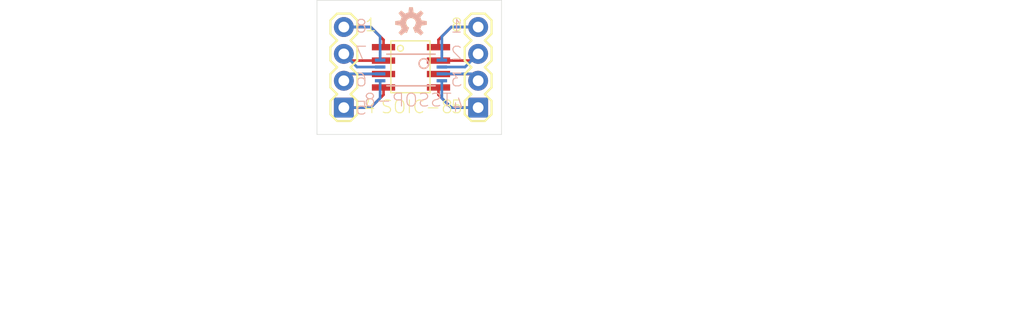
<source format=kicad_pcb>
(kicad_pcb (version 20171130) (host pcbnew 5.1.5-5.1.5)

  (general
    (thickness 1.6)
    (drawings 19)
    (tracks 40)
    (zones 0)
    (modules 7)
    (nets 9)
  )

  (page A4)
  (layers
    (0 Top signal)
    (31 Bottom signal)
    (32 B.Adhes user)
    (33 F.Adhes user)
    (34 B.Paste user)
    (35 F.Paste user)
    (36 B.SilkS user)
    (37 F.SilkS user)
    (38 B.Mask user)
    (39 F.Mask user)
    (40 Dwgs.User user)
    (41 Cmts.User user)
    (42 Eco1.User user)
    (43 Eco2.User user)
    (44 Edge.Cuts user)
    (45 Margin user)
    (46 B.CrtYd user)
    (47 F.CrtYd user)
    (48 B.Fab user)
    (49 F.Fab user)
  )

  (setup
    (last_trace_width 0.25)
    (trace_clearance 0.127)
    (zone_clearance 0.508)
    (zone_45_only no)
    (trace_min 0.2)
    (via_size 0.8)
    (via_drill 0.4)
    (via_min_size 0.4)
    (via_min_drill 0.3)
    (uvia_size 0.3)
    (uvia_drill 0.1)
    (uvias_allowed no)
    (uvia_min_size 0.2)
    (uvia_min_drill 0.1)
    (edge_width 0.05)
    (segment_width 0.2)
    (pcb_text_width 0.3)
    (pcb_text_size 1.5 1.5)
    (mod_edge_width 0.12)
    (mod_text_size 1 1)
    (mod_text_width 0.15)
    (pad_size 1.524 1.524)
    (pad_drill 0.762)
    (pad_to_mask_clearance 0.051)
    (solder_mask_min_width 0.25)
    (aux_axis_origin 0 0)
    (visible_elements FFFFFF7F)
    (pcbplotparams
      (layerselection 0x010fc_ffffffff)
      (usegerberextensions false)
      (usegerberattributes false)
      (usegerberadvancedattributes false)
      (creategerberjobfile false)
      (excludeedgelayer true)
      (linewidth 0.100000)
      (plotframeref false)
      (viasonmask false)
      (mode 1)
      (useauxorigin false)
      (hpglpennumber 1)
      (hpglpenspeed 20)
      (hpglpendiameter 15.000000)
      (psnegative false)
      (psa4output false)
      (plotreference true)
      (plotvalue true)
      (plotinvisibletext false)
      (padsonsilk false)
      (subtractmaskfromsilk false)
      (outputformat 1)
      (mirror false)
      (drillshape 1)
      (scaleselection 1)
      (outputdirectory ""))
  )

  (net 0 "")
  (net 1 "Net-(JP2-Pad1)")
  (net 2 "Net-(JP2-Pad2)")
  (net 3 "Net-(JP2-Pad4)")
  (net 4 "Net-(JP1-Pad1)")
  (net 5 "Net-(JP1-Pad2)")
  (net 6 "Net-(JP1-Pad4)")
  (net 7 "Net-(JP2-Pad3)")
  (net 8 "Net-(JP1-Pad3)")

  (net_class Default "This is the default net class."
    (clearance 0.127)
    (trace_width 0.25)
    (via_dia 0.8)
    (via_drill 0.4)
    (uvia_dia 0.3)
    (uvia_drill 0.1)
    (add_net "Net-(JP1-Pad1)")
    (add_net "Net-(JP1-Pad2)")
    (add_net "Net-(JP1-Pad3)")
    (add_net "Net-(JP1-Pad4)")
    (add_net "Net-(JP2-Pad1)")
    (add_net "Net-(JP2-Pad2)")
    (add_net "Net-(JP2-Pad3)")
    (add_net "Net-(JP2-Pad4)")
  )

  (module SOIC8-TSSOP8:CREATIVE_COMMONS (layer Top) (tedit 0) (tstamp 5EC8C457)
    (at 130.1241 129.3318)
    (path /73DA64CA)
    (fp_text reference FRAME1 (at 0 0) (layer F.SilkS) hide
      (effects (font (size 1.27 1.27) (thickness 0.15)))
    )
    (fp_text value FRAME-LETTER (at 0 0) (layer F.SilkS) hide
      (effects (font (size 1.27 1.27) (thickness 0.15)))
    )
    (fp_text user "Designed by:" (at 11.43 0) (layer F.Fab)
      (effects (font (size 1.6891 1.6891) (thickness 0.14224)) (justify left bottom))
    )
    (fp_text user " https://creativecommons.org/licenses/by-sa/4.0/" (at 0 -2.54) (layer F.Fab)
      (effects (font (size 1.6891 1.6891) (thickness 0.14224)) (justify left bottom))
    )
    (fp_text user "Released under the Creative Commons Attribution Share-Alike 4.0 License" (at -20.32 -5.08) (layer F.Fab)
      (effects (font (size 1.6891 1.6891) (thickness 0.14224)) (justify left bottom))
    )
  )

  (module SOIC8-TSSOP8:OSHW-LOGO-S (layer Top) (tedit 0) (tstamp 5EC8C45D)
    (at 148.6661 100.8076)
    (fp_text reference U$3 (at 0 0) (layer F.SilkS) hide
      (effects (font (size 1.27 1.27) (thickness 0.15)))
    )
    (fp_text value "" (at 0 0) (layer F.SilkS) hide
      (effects (font (size 1.27 1.27) (thickness 0.15)))
    )
    (fp_poly (pts (xy 0.3947 0.9528) (xy 0.5465 0.8746) (xy 0.9235 1.182) (xy 1.182 0.9235)
      (xy 0.8746 0.5465) (xy 1.0049 0.232) (xy 1.4888 0.1828) (xy 1.4888 -0.1828)
      (xy 1.0049 -0.232) (xy 0.8746 -0.5465) (xy 1.182 -0.9235) (xy 0.9235 -1.182)
      (xy 0.5465 -0.8746) (xy 0.394664 -0.952817) (xy 0.232 -1.0049) (xy 0.1828 -1.4888)
      (xy -0.1828 -1.4888) (xy -0.232 -1.0049) (xy -0.5465 -0.8746) (xy -0.9235 -1.182)
      (xy -1.182 -0.9235) (xy -0.8746 -0.5465) (xy -1.0049 -0.232) (xy -1.4888 -0.1828)
      (xy -1.4888 0.1828) (xy -1.0049 0.232) (xy -0.8746 0.5465) (xy -1.182 0.9235)
      (xy -0.9235 1.182) (xy -0.5465 0.8746) (xy -0.472221 0.916847) (xy -0.3947 0.9528)
      (xy -0.1794 0.4331) (xy -0.179399 0.4331) (xy -0.3315 0.331493) (xy -0.4688 0)
      (xy -0.446639 -0.142321) (xy -0.382309 -0.271193) (xy -0.281885 -0.374447) (xy -0.154849 -0.442333)
      (xy -0.013199 -0.468439) (xy 0.129691 -0.450302) (xy 0.260326 -0.389633) (xy 0.366372 -0.292161)
      (xy 0.437814 -0.167091) (xy 0.467906 -0.026234) (xy 0.453806 0.117111) (xy 0.396846 0.249406)
      (xy 0.302405 0.358159) (xy 0.1794 0.4331)) (layer F.SilkS) (width 0))
  )

  (module SOIC8-TSSOP8:OSHW-LOGO-S (layer Bottom) (tedit 0) (tstamp 5EC8C461)
    (at 148.6661 100.8076 180)
    (fp_text reference U$4 (at 0 0 180) (layer B.SilkS) hide
      (effects (font (size 1.27 1.27) (thickness 0.15)) (justify mirror))
    )
    (fp_text value "" (at 0 0 180) (layer B.SilkS) hide
      (effects (font (size 1.27 1.27) (thickness 0.15)) (justify mirror))
    )
    (fp_poly (pts (xy 0.3947 -0.9528) (xy 0.5465 -0.8746) (xy 0.9235 -1.182) (xy 1.182 -0.9235)
      (xy 0.8746 -0.5465) (xy 1.0049 -0.232) (xy 1.4888 -0.1828) (xy 1.4888 0.1828)
      (xy 1.0049 0.232) (xy 0.8746 0.5465) (xy 1.182 0.9235) (xy 0.9235 1.182)
      (xy 0.5465 0.8746) (xy 0.394664 0.952817) (xy 0.232 1.0049) (xy 0.1828 1.4888)
      (xy -0.1828 1.4888) (xy -0.232 1.0049) (xy -0.5465 0.8746) (xy -0.9235 1.182)
      (xy -1.182 0.9235) (xy -0.8746 0.5465) (xy -1.0049 0.232) (xy -1.4888 0.1828)
      (xy -1.4888 -0.1828) (xy -1.0049 -0.232) (xy -0.8746 -0.5465) (xy -1.182 -0.9235)
      (xy -0.9235 -1.182) (xy -0.5465 -0.8746) (xy -0.472221 -0.916847) (xy -0.3947 -0.9528)
      (xy -0.1794 -0.4331) (xy -0.179399 -0.4331) (xy -0.3315 -0.331493) (xy -0.4688 0)
      (xy -0.446639 0.142321) (xy -0.382309 0.271193) (xy -0.281885 0.374447) (xy -0.154849 0.442333)
      (xy -0.013199 0.468439) (xy 0.129691 0.450302) (xy 0.260326 0.389633) (xy 0.366372 0.292161)
      (xy 0.437814 0.167091) (xy 0.467906 0.026234) (xy 0.453806 -0.117111) (xy 0.396846 -0.249406)
      (xy 0.302405 -0.358159) (xy 0.1794 -0.4331)) (layer B.SilkS) (width 0))
  )

  (module SOIC8-TSSOP8:SOIC-8 (layer Top) (tedit 0) (tstamp 5EC8C465)
    (at 148.6661 104.9986 270)
    (path /BABD3B23)
    (fp_text reference U$1 (at -3.175 1.905) (layer F.SilkS) hide
      (effects (font (size 1.2065 1.2065) (thickness 0.127)) (justify left bottom))
    )
    (fp_text value SOIC-8 (at 4.445 1.905) (layer F.Fab) hide
      (effects (font (size 1.2065 1.2065) (thickness 0.127)) (justify left bottom))
    )
    (fp_poly (pts (xy -2.1501 -2) (xy -1.6599 -2) (xy -1.6599 -3.1001) (xy -2.1501 -3.1001)) (layer F.Fab) (width 0))
    (fp_poly (pts (xy -0.8801 -2) (xy -0.3899 -2) (xy -0.3899 -3.1001) (xy -0.8801 -3.1001)) (layer F.Fab) (width 0))
    (fp_poly (pts (xy 0.3899 -2) (xy 0.8801 -2) (xy 0.8801 -3.1001) (xy 0.3899 -3.1001)) (layer F.Fab) (width 0))
    (fp_poly (pts (xy 1.6599 -2) (xy 2.1501 -2) (xy 2.1501 -3.1001) (xy 1.6599 -3.1001)) (layer F.Fab) (width 0))
    (fp_poly (pts (xy 1.6599 3.1001) (xy 2.1501 3.1001) (xy 2.1501 2) (xy 1.6599 2)) (layer F.Fab) (width 0))
    (fp_poly (pts (xy 0.3899 3.1001) (xy 0.8801 3.1001) (xy 0.8801 2) (xy 0.3899 2)) (layer F.Fab) (width 0))
    (fp_poly (pts (xy -0.8801 3.1001) (xy -0.3899 3.1001) (xy -0.3899 2) (xy -0.8801 2)) (layer F.Fab) (width 0))
    (fp_poly (pts (xy -2.1501 3.1001) (xy -1.6599 3.1001) (xy -1.6599 2) (xy -2.1501 2)) (layer F.Fab) (width 0))
    (fp_circle (center -1.8 1) (end -1.5172 1) (layer F.SilkS) (width 0.127))
    (fp_line (start -2.5 1.9) (end -2.5 -1.8) (layer F.SilkS) (width 0.127))
    (fp_line (start 2.4 1.9) (end -2.5 1.9) (layer F.SilkS) (width 0.127))
    (fp_line (start 2.4 -1.8) (end 2.4 1.9) (layer F.SilkS) (width 0.127))
    (fp_line (start -2.5 -1.8) (end 2.4 -1.8) (layer F.SilkS) (width 0.127))
    (fp_line (start 2.4 1.4) (end -2.4 1.4) (layer F.Fab) (width 0.2032))
    (fp_line (start -2.4 -1.9) (end 2.4 -1.9) (layer F.Fab) (width 0.2032))
    (fp_line (start -2.4 1.4) (end -2.4 -1.9) (layer F.Fab) (width 0.2032))
    (fp_line (start -2.4 1.9) (end -2.4 1.4) (layer F.Fab) (width 0.2032))
    (fp_line (start 2.4 1.9) (end -2.4 1.9) (layer F.Fab) (width 0.2032))
    (fp_line (start 2.4 1.4) (end 2.4 1.9) (layer F.Fab) (width 0.2032))
    (fp_line (start 2.4 -1.9) (end 2.4 1.4) (layer F.Fab) (width 0.2032))
    (pad 5 smd rect (at 1.905 -2.6 270) (size 0.6 2.2) (layers Top F.Paste F.Mask)
      (net 1 "Net-(JP2-Pad1)") (solder_mask_margin 0.0508))
    (pad 6 smd rect (at 0.635 -2.6 270) (size 0.6 2.2) (layers Top F.Paste F.Mask)
      (net 2 "Net-(JP2-Pad2)") (solder_mask_margin 0.0508))
    (pad 8 smd rect (at -1.905 -2.6 270) (size 0.6 2.2) (layers Top F.Paste F.Mask)
      (net 3 "Net-(JP2-Pad4)") (solder_mask_margin 0.0508))
    (pad 4 smd rect (at 1.905 2.6 270) (size 0.6 2.2) (layers Top F.Paste F.Mask)
      (net 4 "Net-(JP1-Pad1)") (solder_mask_margin 0.0508))
    (pad 3 smd rect (at 0.635 2.6 270) (size 0.6 2.2) (layers Top F.Paste F.Mask)
      (net 5 "Net-(JP1-Pad2)") (solder_mask_margin 0.0508))
    (pad 1 smd rect (at -1.905 2.6 270) (size 0.6 2.2) (layers Top F.Paste F.Mask)
      (net 6 "Net-(JP1-Pad4)") (solder_mask_margin 0.0508))
    (pad 7 smd rect (at -0.635 -2.6 270) (size 0.6 2.2) (layers Top F.Paste F.Mask)
      (net 7 "Net-(JP2-Pad3)") (solder_mask_margin 0.0508))
    (pad 2 smd rect (at -0.635 2.6 270) (size 0.6 2.2) (layers Top F.Paste F.Mask)
      (net 8 "Net-(JP1-Pad3)") (solder_mask_margin 0.0508))
  )

  (module SOIC8-TSSOP8:TSSOP8 (layer Bottom) (tedit 0) (tstamp 5EC8C484)
    (at 148.6661 104.9986 270)
    (path /A8B04D1A)
    (fp_text reference U$2 (at -1.6256 -2.0828 180) (layer B.SilkS) hide
      (effects (font (size 0.9652 0.9652) (thickness 0.1016)) (justify right bottom mirror))
    )
    (fp_text value TSSOP-8 (at 3.1242 -2.0828 180) (layer B.Fab) hide
      (effects (font (size 0.9652 0.9652) (thickness 0.1016)) (justify right bottom mirror))
    )
    (fp_poly (pts (xy -0.7816 2.2828) (xy -0.5784 2.2828) (xy -0.5784 3.121) (xy -0.7816 3.121)) (layer B.Fab) (width 0))
    (fp_poly (pts (xy -0.1316 2.2828) (xy 0.0716 2.2828) (xy 0.0716 3.121) (xy -0.1316 3.121)) (layer B.Fab) (width 0))
    (fp_poly (pts (xy 0.5184 2.2828) (xy 0.7216 2.2828) (xy 0.7216 3.121) (xy 0.5184 3.121)) (layer B.Fab) (width 0))
    (fp_poly (pts (xy 1.1684 2.2828) (xy 1.3716 2.2828) (xy 1.3716 3.121) (xy 1.1684 3.121)) (layer B.Fab) (width 0))
    (fp_poly (pts (xy 1.1684 -3.121) (xy 1.3716 -3.121) (xy 1.3716 -2.2828) (xy 1.1684 -2.2828)) (layer B.Fab) (width 0))
    (fp_poly (pts (xy 0.5184 -3.121) (xy 0.7216 -3.121) (xy 0.7216 -2.2828) (xy 0.5184 -2.2828)) (layer B.Fab) (width 0))
    (fp_poly (pts (xy -0.1316 -3.121) (xy 0.0716 -3.121) (xy 0.0716 -2.2828) (xy -0.1316 -2.2828)) (layer B.Fab) (width 0))
    (fp_poly (pts (xy -0.7816 -3.121) (xy -0.5784 -3.121) (xy -0.5784 -2.2828) (xy -0.7816 -2.2828)) (layer B.Fab) (width 0))
    (fp_circle (center -0.3556 -1.2192) (end 0.1016 -1.2192) (layer B.SilkS) (width 0.1524))
    (fp_line (start -1.2446 -2.2828) (end -1.2446 2.2828) (layer B.SilkS) (width 0.1524))
    (fp_line (start 1.7526 2.2828) (end -1.2446 2.2828) (layer B.Fab) (width 0.1524))
    (fp_line (start 1.7526 2.2828) (end 1.7526 -2.2828) (layer B.SilkS) (width 0.1524))
    (fp_line (start -1.2446 -2.2828) (end 1.7526 -2.2828) (layer B.Fab) (width 0.1524))
    (pad 8 smd rect (at -0.68 2.9178 270) (size 0.3048 0.9906) (layers Bottom B.Paste B.Mask)
      (net 6 "Net-(JP1-Pad4)") (solder_mask_margin 0.0508))
    (pad 7 smd rect (at -0.03 2.9178 270) (size 0.3048 0.9906) (layers Bottom B.Paste B.Mask)
      (net 8 "Net-(JP1-Pad3)") (solder_mask_margin 0.0508))
    (pad 6 smd rect (at 0.62 2.9178 270) (size 0.3048 0.9906) (layers Bottom B.Paste B.Mask)
      (net 5 "Net-(JP1-Pad2)") (solder_mask_margin 0.0508))
    (pad 5 smd rect (at 1.27 2.9178 270) (size 0.3048 0.9906) (layers Bottom B.Paste B.Mask)
      (net 4 "Net-(JP1-Pad1)") (solder_mask_margin 0.0508))
    (pad 4 smd rect (at 1.27 -2.9178 270) (size 0.3048 0.9906) (layers Bottom B.Paste B.Mask)
      (net 1 "Net-(JP2-Pad1)") (solder_mask_margin 0.0508))
    (pad 3 smd rect (at 0.62 -2.9178 270) (size 0.3048 0.9906) (layers Bottom B.Paste B.Mask)
      (net 2 "Net-(JP2-Pad2)") (solder_mask_margin 0.0508))
    (pad 2 smd rect (at -0.03 -2.9178 270) (size 0.3048 0.9906) (layers Bottom B.Paste B.Mask)
      (net 7 "Net-(JP2-Pad3)") (solder_mask_margin 0.0508))
    (pad 1 smd rect (at -0.68 -2.9178 270) (size 0.3048 0.9906) (layers Bottom B.Paste B.Mask)
      (net 3 "Net-(JP2-Pad4)") (solder_mask_margin 0.0508))
  )

  (module SOIC8-TSSOP8:1X04 (layer Top) (tedit 0) (tstamp 5EC8C49C)
    (at 142.3161 108.8086 90)
    (path /2F430EF2)
    (fp_text reference JP1 (at -1.3462 -1.8288 90) (layer F.SilkS) hide
      (effects (font (size 1.2065 1.2065) (thickness 0.127)) (justify left bottom))
    )
    (fp_text value M04PTH (at -1.27 3.175 90) (layer F.Fab)
      (effects (font (size 1.2065 1.2065) (thickness 0.09652)) (justify left bottom))
    )
    (fp_poly (pts (xy -0.254 0.254) (xy 0.254 0.254) (xy 0.254 -0.254) (xy -0.254 -0.254)) (layer F.Fab) (width 0))
    (fp_poly (pts (xy 2.286 0.254) (xy 2.794 0.254) (xy 2.794 -0.254) (xy 2.286 -0.254)) (layer F.Fab) (width 0))
    (fp_poly (pts (xy 4.826 0.254) (xy 5.334 0.254) (xy 5.334 -0.254) (xy 4.826 -0.254)) (layer F.Fab) (width 0))
    (fp_poly (pts (xy 7.366 0.254) (xy 7.874 0.254) (xy 7.874 -0.254) (xy 7.366 -0.254)) (layer F.Fab) (width 0))
    (fp_line (start 8.89 -0.635) (end 8.89 0.635) (layer F.SilkS) (width 0.2032))
    (fp_line (start 0.635 1.27) (end -0.635 1.27) (layer F.SilkS) (width 0.2032))
    (fp_line (start -1.27 0.635) (end -0.635 1.27) (layer F.SilkS) (width 0.2032))
    (fp_line (start -0.635 -1.27) (end -1.27 -0.635) (layer F.SilkS) (width 0.2032))
    (fp_line (start -1.27 -0.635) (end -1.27 0.635) (layer F.SilkS) (width 0.2032))
    (fp_line (start 1.905 1.27) (end 1.27 0.635) (layer F.SilkS) (width 0.2032))
    (fp_line (start 3.175 1.27) (end 1.905 1.27) (layer F.SilkS) (width 0.2032))
    (fp_line (start 3.81 0.635) (end 3.175 1.27) (layer F.SilkS) (width 0.2032))
    (fp_line (start 3.175 -1.27) (end 3.81 -0.635) (layer F.SilkS) (width 0.2032))
    (fp_line (start 1.905 -1.27) (end 3.175 -1.27) (layer F.SilkS) (width 0.2032))
    (fp_line (start 1.27 -0.635) (end 1.905 -1.27) (layer F.SilkS) (width 0.2032))
    (fp_line (start 1.27 0.635) (end 0.635 1.27) (layer F.SilkS) (width 0.2032))
    (fp_line (start 0.635 -1.27) (end 1.27 -0.635) (layer F.SilkS) (width 0.2032))
    (fp_line (start -0.635 -1.27) (end 0.635 -1.27) (layer F.SilkS) (width 0.2032))
    (fp_line (start 8.255 1.27) (end 6.985 1.27) (layer F.SilkS) (width 0.2032))
    (fp_line (start 6.35 0.635) (end 6.985 1.27) (layer F.SilkS) (width 0.2032))
    (fp_line (start 6.985 -1.27) (end 6.35 -0.635) (layer F.SilkS) (width 0.2032))
    (fp_line (start 4.445 1.27) (end 3.81 0.635) (layer F.SilkS) (width 0.2032))
    (fp_line (start 5.715 1.27) (end 4.445 1.27) (layer F.SilkS) (width 0.2032))
    (fp_line (start 6.35 0.635) (end 5.715 1.27) (layer F.SilkS) (width 0.2032))
    (fp_line (start 5.715 -1.27) (end 6.35 -0.635) (layer F.SilkS) (width 0.2032))
    (fp_line (start 4.445 -1.27) (end 5.715 -1.27) (layer F.SilkS) (width 0.2032))
    (fp_line (start 3.81 -0.635) (end 4.445 -1.27) (layer F.SilkS) (width 0.2032))
    (fp_line (start 8.89 0.635) (end 8.255 1.27) (layer F.SilkS) (width 0.2032))
    (fp_line (start 8.255 -1.27) (end 8.89 -0.635) (layer F.SilkS) (width 0.2032))
    (fp_line (start 6.985 -1.27) (end 8.255 -1.27) (layer F.SilkS) (width 0.2032))
    (pad 4 thru_hole circle (at 7.62 0 180) (size 1.8796 1.8796) (drill 1.016) (layers *.Cu *.Mask)
      (net 6 "Net-(JP1-Pad4)") (solder_mask_margin 0.0508))
    (pad 3 thru_hole circle (at 5.08 0 180) (size 1.8796 1.8796) (drill 1.016) (layers *.Cu *.Mask)
      (net 8 "Net-(JP1-Pad3)") (solder_mask_margin 0.0508))
    (pad 2 thru_hole circle (at 2.54 0 180) (size 1.8796 1.8796) (drill 1.016) (layers *.Cu *.Mask)
      (net 5 "Net-(JP1-Pad2)") (solder_mask_margin 0.0508))
    (pad 1 thru_hole rect (at 0 0 180) (size 1.8796 1.8796) (drill 1.016) (layers *.Cu *.Mask)
      (net 4 "Net-(JP1-Pad1)") (solder_mask_margin 0.0508))
  )

  (module SOIC8-TSSOP8:1X04 (layer Top) (tedit 0) (tstamp 5EC8C4C1)
    (at 155.0161 108.8086 90)
    (path /FA93C76E)
    (fp_text reference JP2 (at -1.3462 -1.8288 90) (layer F.SilkS) hide
      (effects (font (size 1.2065 1.2065) (thickness 0.127)) (justify left bottom))
    )
    (fp_text value M04PTH (at -1.27 3.175 90) (layer F.Fab)
      (effects (font (size 1.2065 1.2065) (thickness 0.09652)) (justify left bottom))
    )
    (fp_poly (pts (xy -0.254 0.254) (xy 0.254 0.254) (xy 0.254 -0.254) (xy -0.254 -0.254)) (layer F.Fab) (width 0))
    (fp_poly (pts (xy 2.286 0.254) (xy 2.794 0.254) (xy 2.794 -0.254) (xy 2.286 -0.254)) (layer F.Fab) (width 0))
    (fp_poly (pts (xy 4.826 0.254) (xy 5.334 0.254) (xy 5.334 -0.254) (xy 4.826 -0.254)) (layer F.Fab) (width 0))
    (fp_poly (pts (xy 7.366 0.254) (xy 7.874 0.254) (xy 7.874 -0.254) (xy 7.366 -0.254)) (layer F.Fab) (width 0))
    (fp_line (start 8.89 -0.635) (end 8.89 0.635) (layer F.SilkS) (width 0.2032))
    (fp_line (start 0.635 1.27) (end -0.635 1.27) (layer F.SilkS) (width 0.2032))
    (fp_line (start -1.27 0.635) (end -0.635 1.27) (layer F.SilkS) (width 0.2032))
    (fp_line (start -0.635 -1.27) (end -1.27 -0.635) (layer F.SilkS) (width 0.2032))
    (fp_line (start -1.27 -0.635) (end -1.27 0.635) (layer F.SilkS) (width 0.2032))
    (fp_line (start 1.905 1.27) (end 1.27 0.635) (layer F.SilkS) (width 0.2032))
    (fp_line (start 3.175 1.27) (end 1.905 1.27) (layer F.SilkS) (width 0.2032))
    (fp_line (start 3.81 0.635) (end 3.175 1.27) (layer F.SilkS) (width 0.2032))
    (fp_line (start 3.175 -1.27) (end 3.81 -0.635) (layer F.SilkS) (width 0.2032))
    (fp_line (start 1.905 -1.27) (end 3.175 -1.27) (layer F.SilkS) (width 0.2032))
    (fp_line (start 1.27 -0.635) (end 1.905 -1.27) (layer F.SilkS) (width 0.2032))
    (fp_line (start 1.27 0.635) (end 0.635 1.27) (layer F.SilkS) (width 0.2032))
    (fp_line (start 0.635 -1.27) (end 1.27 -0.635) (layer F.SilkS) (width 0.2032))
    (fp_line (start -0.635 -1.27) (end 0.635 -1.27) (layer F.SilkS) (width 0.2032))
    (fp_line (start 8.255 1.27) (end 6.985 1.27) (layer F.SilkS) (width 0.2032))
    (fp_line (start 6.35 0.635) (end 6.985 1.27) (layer F.SilkS) (width 0.2032))
    (fp_line (start 6.985 -1.27) (end 6.35 -0.635) (layer F.SilkS) (width 0.2032))
    (fp_line (start 4.445 1.27) (end 3.81 0.635) (layer F.SilkS) (width 0.2032))
    (fp_line (start 5.715 1.27) (end 4.445 1.27) (layer F.SilkS) (width 0.2032))
    (fp_line (start 6.35 0.635) (end 5.715 1.27) (layer F.SilkS) (width 0.2032))
    (fp_line (start 5.715 -1.27) (end 6.35 -0.635) (layer F.SilkS) (width 0.2032))
    (fp_line (start 4.445 -1.27) (end 5.715 -1.27) (layer F.SilkS) (width 0.2032))
    (fp_line (start 3.81 -0.635) (end 4.445 -1.27) (layer F.SilkS) (width 0.2032))
    (fp_line (start 8.89 0.635) (end 8.255 1.27) (layer F.SilkS) (width 0.2032))
    (fp_line (start 8.255 -1.27) (end 8.89 -0.635) (layer F.SilkS) (width 0.2032))
    (fp_line (start 6.985 -1.27) (end 8.255 -1.27) (layer F.SilkS) (width 0.2032))
    (pad 4 thru_hole circle (at 7.62 0 180) (size 1.8796 1.8796) (drill 1.016) (layers *.Cu *.Mask)
      (net 3 "Net-(JP2-Pad4)") (solder_mask_margin 0.0508))
    (pad 3 thru_hole circle (at 5.08 0 180) (size 1.8796 1.8796) (drill 1.016) (layers *.Cu *.Mask)
      (net 7 "Net-(JP2-Pad3)") (solder_mask_margin 0.0508))
    (pad 2 thru_hole circle (at 2.54 0 180) (size 1.8796 1.8796) (drill 1.016) (layers *.Cu *.Mask)
      (net 2 "Net-(JP2-Pad2)") (solder_mask_margin 0.0508))
    (pad 1 thru_hole rect (at 0 0 180) (size 1.8796 1.8796) (drill 1.016) (layers *.Cu *.Mask)
      (net 1 "Net-(JP2-Pad1)") (solder_mask_margin 0.0508))
  )

  (gr_line (start 139.7761 111.3486) (end 157.2261 111.3486) (layer Edge.Cuts) (width 0.05) (tstamp E4A08FB0))
  (gr_line (start 157.2261 111.3486) (end 157.2261 98.6586) (layer Edge.Cuts) (width 0.05) (tstamp E7F53A10))
  (gr_line (start 157.2261 98.6586) (end 139.7761 98.6586) (layer Edge.Cuts) (width 0.05) (tstamp E7F53E90))
  (gr_line (start 139.7761 98.6586) (end 139.7761 111.3486) (layer Edge.Cuts) (width 0.05) (tstamp E7F542F0))
  (gr_text TSSOP-8 (at 152.6031 108.8086) (layer B.SilkS) (tstamp E7F37010)
    (effects (font (size 1.2065 1.2065) (thickness 0.1016)) (justify left bottom mirror))
  )
  (gr_text SOIC-8 (at 145.7451 109.4436) (layer F.SilkS) (tstamp E7F374D0)
    (effects (font (size 1.2065 1.2065) (thickness 0.1016)) (justify left bottom))
  )
  (gr_text 1 (at 144.2211 101.6966) (layer F.SilkS) (tstamp E7F37930)
    (effects (font (size 1.2065 1.2065) (thickness 0.1016)) (justify left bottom))
  )
  (gr_text 4 (at 144.0941 109.4436) (layer F.SilkS) (tstamp E7F37D90)
    (effects (font (size 1.2065 1.2065) (thickness 0.1016)) (justify left bottom))
  )
  (gr_text 5 (at 152.3491 109.4436) (layer F.SilkS) (tstamp E7CCF730)
    (effects (font (size 1.2065 1.2065) (thickness 0.1016)) (justify left bottom))
  )
  (gr_text 8 (at 152.3491 101.6966) (layer F.SilkS) (tstamp E7CCFB70)
    (effects (font (size 1.2065 1.2065) (thickness 0.1016)) (justify left bottom))
  )
  (gr_text 1 (at 153.6191 101.8236) (layer B.SilkS) (tstamp E7CCFFB0)
    (effects (font (size 1.2065 1.2065) (thickness 0.1016)) (justify left bottom mirror))
  )
  (gr_text 4 (at 153.7461 109.3166) (layer B.SilkS) (tstamp E7CD0470)
    (effects (font (size 1.2065 1.2065) (thickness 0.1016)) (justify left bottom mirror))
  )
  (gr_text 5 (at 144.6021 109.5706) (layer B.SilkS) (tstamp E42EE280)
    (effects (font (size 1.2065 1.2065) (thickness 0.1016)) (justify left bottom mirror))
  )
  (gr_text 8 (at 144.6021 101.8236) (layer B.SilkS) (tstamp E42EE730)
    (effects (font (size 1.2065 1.2065) (thickness 0.1016)) (justify left bottom mirror))
  )
  (gr_text "Kevin Neubauer" (at 156.5401 129.3826) (layer F.Fab) (tstamp E42EEBE0)
    (effects (font (size 1.6891 1.6891) (thickness 0.14224)) (justify left bottom))
  )
  (gr_text 2 (at 153.6191 104.3636) (layer B.SilkS) (tstamp E42EF020)
    (effects (font (size 1.2065 1.2065) (thickness 0.1016)) (justify left bottom mirror))
  )
  (gr_text 3 (at 153.6191 106.9036) (layer B.SilkS) (tstamp E66EBFC0)
    (effects (font (size 1.2065 1.2065) (thickness 0.1016)) (justify left bottom mirror))
  )
  (gr_text 7 (at 144.6021 104.3636) (layer B.SilkS) (tstamp E66EC430)
    (effects (font (size 1.2065 1.2065) (thickness 0.1016)) (justify left bottom mirror))
  )
  (gr_text 6 (at 144.6021 106.9036) (layer B.SilkS) (tstamp E66EC8E0)
    (effects (font (size 1.2065 1.2065) (thickness 0.1016)) (justify left bottom mirror))
  )

  (segment (start 146.0661 103.0936) (end 146.0661 102.3986) (width 0.254) (layer Top) (net 6) (tstamp E7C61430))
  (segment (start 146.0661 102.3986) (end 144.8561 101.1886) (width 0.254) (layer Top) (net 6) (tstamp E7C61920))
  (segment (start 144.8561 101.1886) (end 142.3161 101.1886) (width 0.254) (layer Top) (net 6) (tstamp E7C61DC0))
  (segment (start 145.7483 104.3186) (end 145.7483 102.0808) (width 0.254) (layer Bottom) (net 6) (tstamp E7C62260))
  (segment (start 145.7483 102.0808) (end 144.8561 101.1886) (width 0.254) (layer Bottom) (net 6) (tstamp E7C62730))
  (segment (start 144.8561 101.1886) (end 142.3161 101.1886) (width 0.254) (layer Bottom) (net 6) (tstamp E7C62BF0))
  (segment (start 146.0661 104.3636) (end 142.9511 104.3636) (width 0.254) (layer Top) (net 8) (tstamp E7C637D0))
  (segment (start 142.9511 104.3636) (end 142.3161 103.7286) (width 0.254) (layer Top) (net 8) (tstamp E7C63CF0))
  (segment (start 145.7483 104.9686) (end 143.5561 104.9686) (width 0.254) (layer Bottom) (net 8) (tstamp E7C641A0))
  (segment (start 143.5561 104.9686) (end 142.3161 103.7286) (width 0.254) (layer Bottom) (net 8) (tstamp E66DC3F0))
  (segment (start 146.0661 105.6336) (end 142.9511 105.6336) (width 0.254) (layer Top) (net 5) (tstamp E66DCFD0))
  (segment (start 142.9511 105.6336) (end 142.3161 106.2686) (width 0.254) (layer Top) (net 5) (tstamp E66DD4F0))
  (segment (start 145.7483 105.6186) (end 142.9661 105.6186) (width 0.254) (layer Bottom) (net 5) (tstamp E66DD9A0))
  (segment (start 142.9661 105.6186) (end 142.3161 106.2686) (width 0.254) (layer Bottom) (net 5) (tstamp E66DDE50))
  (segment (start 146.0661 106.9036) (end 146.0661 107.5986) (width 0.254) (layer Top) (net 4) (tstamp E66DEA30))
  (segment (start 146.0661 107.5986) (end 144.8561 108.8086) (width 0.254) (layer Top) (net 4) (tstamp E66DEF40))
  (segment (start 144.8561 108.8086) (end 142.3161 108.8086) (width 0.254) (layer Top) (net 4) (tstamp E66DF3E0))
  (segment (start 145.7483 106.2686) (end 145.7483 107.9164) (width 0.254) (layer Bottom) (net 4) (tstamp E799BA00))
  (segment (start 145.7483 107.9164) (end 144.8561 108.8086) (width 0.254) (layer Bottom) (net 4) (tstamp E799BEA0))
  (segment (start 144.8561 108.8086) (end 142.3161 108.8086) (width 0.254) (layer Bottom) (net 4) (tstamp E799C360))
  (segment (start 151.2661 103.0936) (end 151.2661 102.3986) (width 0.254) (layer Top) (net 3) (tstamp E799CF60))
  (segment (start 151.2661 102.3986) (end 152.4761 101.1886) (width 0.254) (layer Top) (net 3) (tstamp E799D470))
  (segment (start 152.4761 101.1886) (end 155.0161 101.1886) (width 0.254) (layer Top) (net 3) (tstamp E799D910))
  (segment (start 151.5839 104.3186) (end 151.5839 102.0808) (width 0.254) (layer Bottom) (net 3) (tstamp E799DDB0))
  (segment (start 151.5839 102.0808) (end 152.4761 101.1886) (width 0.254) (layer Bottom) (net 3) (tstamp E799E280))
  (segment (start 152.4761 101.1886) (end 155.0161 101.1886) (width 0.254) (layer Bottom) (net 3) (tstamp E799E740))
  (segment (start 151.2661 104.3636) (end 154.3811 104.3636) (width 0.254) (layer Top) (net 7) (tstamp E798B660))
  (segment (start 154.3811 104.3636) (end 155.0161 103.7286) (width 0.254) (layer Top) (net 7) (tstamp E798BB90))
  (segment (start 151.5839 104.9686) (end 153.7761 104.9686) (width 0.254) (layer Bottom) (net 7) (tstamp E798C050))
  (segment (start 153.7761 104.9686) (end 155.0161 103.7286) (width 0.254) (layer Bottom) (net 7) (tstamp E798C4E0))
  (segment (start 151.2661 105.6336) (end 154.3811 105.6336) (width 0.254) (layer Top) (net 2) (tstamp E798D0C0))
  (segment (start 154.3811 105.6336) (end 155.0161 106.2686) (width 0.254) (layer Top) (net 2) (tstamp E798D5F0))
  (segment (start 151.5839 105.6186) (end 154.3661 105.6186) (width 0.254) (layer Bottom) (net 2) (tstamp E798DAB0))
  (segment (start 154.3661 105.6186) (end 155.0161 106.2686) (width 0.254) (layer Bottom) (net 2) (tstamp E7B870A0))
  (segment (start 151.2661 106.9036) (end 151.2661 107.5986) (width 0.254) (layer Top) (net 1) (tstamp E7B87CA0))
  (segment (start 151.2661 107.5986) (end 152.4761 108.8086) (width 0.254) (layer Top) (net 1) (tstamp E7B881B0))
  (segment (start 152.4761 108.8086) (end 155.0161 108.8086) (width 0.254) (layer Top) (net 1) (tstamp E7B88650))
  (segment (start 151.5839 106.2686) (end 151.5839 107.9164) (width 0.254) (layer Bottom) (net 1) (tstamp E7B88AF0))
  (segment (start 151.5839 107.9164) (end 152.4761 108.8086) (width 0.254) (layer Bottom) (net 1) (tstamp E7B88FC0))
  (segment (start 152.4761 108.8086) (end 155.0161 108.8086) (width 0.254) (layer Bottom) (net 1) (tstamp E7B89480))

)

</source>
